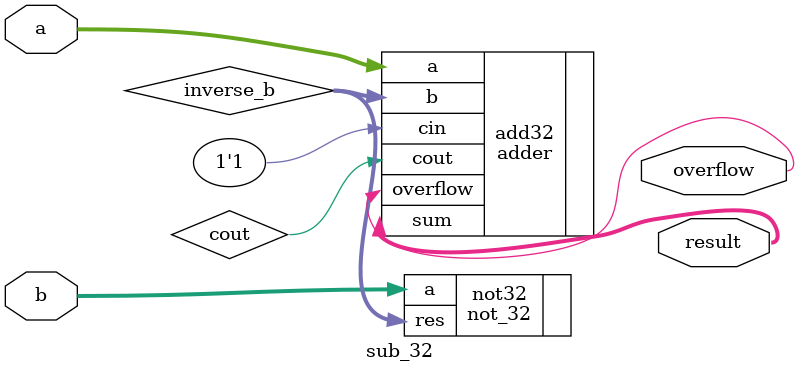
<source format=v>
module sub_32(
	input [31:0] a, b,
	output [31:0] result,
	output overflow
);

wire [31:0] inverse_b;
wire cout;

// Taking inverse of b
not_32 not32(.res(inverse_b), .a(b));

// Using 32 bit adder with value1 + (value2' + 1)
adder add32(.a(a), .b(inverse_b), .sum(result), .cout(cout), .cin(1'b1), .overflow(overflow));


endmodule

</source>
